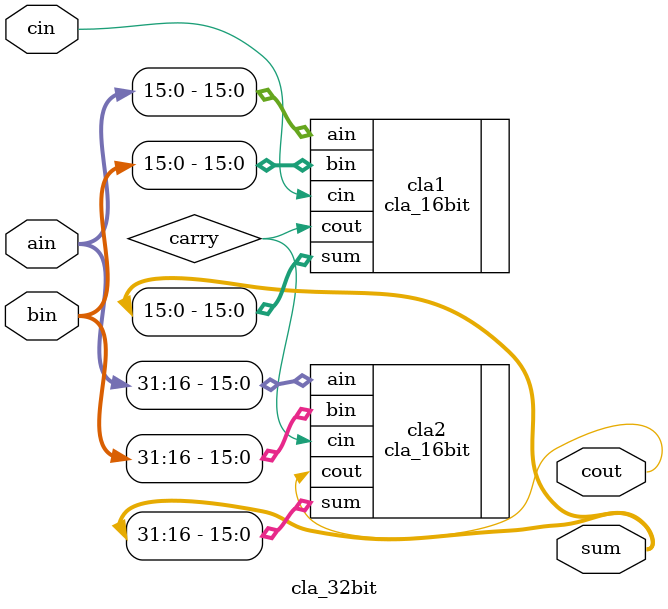
<source format=v>
module cla_32bit (
	output [31:0] sum,
	output cout,
	input [31:0] ain,
	input [31:0] bin,
	input cin
);
	
	wire [31:0] prop;
	wire [31:0] gen;
	wire carry;
	
	cla_16bit cla1 (
		.sum(sum[15:0]),
		.cout(carry),
		.ain(ain[15:0]),
		.bin(bin[15:0]),
		.cin(cin)
	);
	
	cla_16bit cla2 (
		.sum(sum[31:16]),
		.cout(cout),
		.ain(ain[31:16]),
		.bin(bin[31:16]),
		.cin(carry)
	);
	
endmodule
</source>
